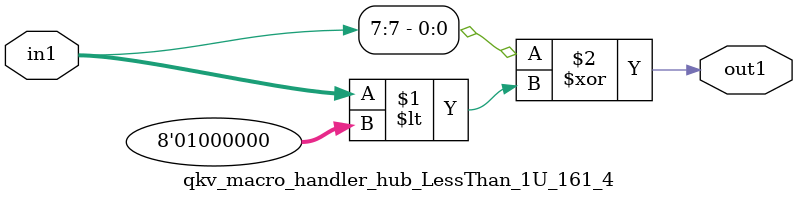
<source format=v>

`timescale 1ps / 1ps


module qkv_macro_handler_hub_LessThan_1U_161_4( in1, out1 );

    input [7:0] in1;
    output out1;

    
    // rtl_process:qkv_macro_handler_hub_LessThan_1U_94_4/qkv_macro_handler_hub_LessThan_1U_94_4_thread_1
    assign out1 = (in1[7] ^ in1 < 8'd064);

endmodule





</source>
